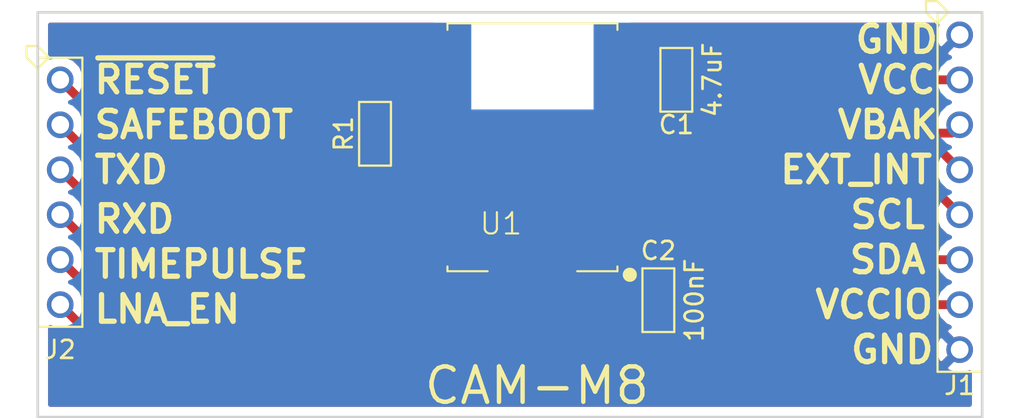
<source format=kicad_pcb>
(kicad_pcb (version 4) (host pcbnew 4.0.7)

  (general
    (links 33)
    (no_connects 0)
    (area 118.3926 92.78 176.603 122.067)
    (thickness 1.6)
    (drawings 19)
    (tracks 41)
    (zones 0)
    (modules 6)
    (nets 15)
  )

  (page A4)
  (layers
    (0 F.Cu signal)
    (31 B.Cu signal hide)
    (32 B.Adhes user)
    (33 F.Adhes user)
    (34 B.Paste user)
    (35 F.Paste user)
    (36 B.SilkS user)
    (37 F.SilkS user)
    (38 B.Mask user)
    (39 F.Mask user)
    (40 Dwgs.User user)
    (41 Cmts.User user)
    (42 Eco1.User user)
    (43 Eco2.User user)
    (44 Edge.Cuts user)
    (45 Margin user)
    (46 B.CrtYd user)
    (47 F.CrtYd user)
    (48 B.Fab user)
    (49 F.Fab user)
  )

  (setup
    (last_trace_width 0.5)
    (user_trace_width 0.5)
    (trace_clearance 0.2)
    (zone_clearance 0.508)
    (zone_45_only yes)
    (trace_min 0.2)
    (segment_width 0.2)
    (edge_width 0.15)
    (via_size 0.6)
    (via_drill 0.4)
    (via_min_size 0.4)
    (via_min_drill 0.3)
    (uvia_size 0.3)
    (uvia_drill 0.1)
    (uvias_allowed no)
    (uvia_min_size 0.2)
    (uvia_min_drill 0.1)
    (pcb_text_width 0.3)
    (pcb_text_size 1.5 1.5)
    (mod_edge_width 0.15)
    (mod_text_size 1 1)
    (mod_text_width 0.15)
    (pad_size 1.524 1.524)
    (pad_drill 0.762)
    (pad_to_mask_clearance 0.2)
    (aux_axis_origin 0 0)
    (visible_elements FFFFFF7F)
    (pcbplotparams
      (layerselection 0x00030_80000001)
      (usegerberextensions false)
      (excludeedgelayer true)
      (linewidth 0.100000)
      (plotframeref false)
      (viasonmask false)
      (mode 1)
      (useauxorigin false)
      (hpglpennumber 1)
      (hpglpenspeed 20)
      (hpglpendiameter 15)
      (hpglpenoverlay 2)
      (psnegative false)
      (psa4output false)
      (plotreference true)
      (plotvalue true)
      (plotinvisibletext false)
      (padsonsilk false)
      (subtractmaskfromsilk false)
      (outputformat 1)
      (mirror false)
      (drillshape 1)
      (scaleselection 1)
      (outputdirectory ""))
  )

  (net 0 "")
  (net 1 VCC)
  (net 2 GND)
  (net 3 /VCCIO)
  (net 4 /TXD)
  (net 5 /RXD)
  (net 6 /SCL)
  (net 7 /SDA)
  (net 8 /~RESET)
  (net 9 /SAFEBOOT)
  (net 10 /LNA_EN)
  (net 11 /EXT_INT)
  (net 12 /TIMEPULSE)
  (net 13 /VBAK)
  (net 14 "Net-(R1-Pad1)")

  (net_class Default "This is the default net class."
    (clearance 0.2)
    (trace_width 0.25)
    (via_dia 0.6)
    (via_drill 0.4)
    (uvia_dia 0.3)
    (uvia_drill 0.1)
    (add_net /EXT_INT)
    (add_net /LNA_EN)
    (add_net /RXD)
    (add_net /SAFEBOOT)
    (add_net /SCL)
    (add_net /SDA)
    (add_net /TIMEPULSE)
    (add_net /TXD)
    (add_net /VBAK)
    (add_net /VCCIO)
    (add_net /~RESET)
    (add_net GND)
    (add_net "Net-(R1-Pad1)")
    (add_net VCC)
  )

  (net_class large ""
    (clearance 0.2)
    (trace_width 0.5)
    (via_dia 0.6)
    (via_drill 0.4)
    (uvia_dia 0.3)
    (uvia_drill 0.1)
  )

  (module MF_Passives:MF_Passives-C0805 (layer F.Cu) (tedit 5A668123) (tstamp 5A6669F5)
    (at 156.718 102.87 90)
    (descr "DESCRIPTION: STANDARD 0805 PACKAGE FOR CAPACITORS")
    (tags "DESCRIPTION: STANDARD 0805 PACKAGE FOR CAPACITORS")
    (path /5A66690D)
    (solder_mask_margin 0.1016)
    (clearance 0.1016)
    (attr smd)
    (fp_text reference C1 (at -2.54 0 180) (layer F.SilkS)
      (effects (font (size 1.016 1.016) (thickness 0.1524)))
    )
    (fp_text value 4.7uF (at 0 2.032 270) (layer F.SilkS)
      (effects (font (size 1.016 1.016) (thickness 0.1524)))
    )
    (fp_line (start -1.79832 -0.89916) (end -1.79832 0.89916) (layer F.SilkS) (width 0.127))
    (fp_line (start -1.79832 0.89916) (end 1.79832 0.89916) (layer F.SilkS) (width 0.127))
    (fp_line (start 1.79832 0.89916) (end 1.79832 -0.89916) (layer F.SilkS) (width 0.127))
    (fp_line (start 1.79832 -0.89916) (end -1.79832 -0.89916) (layer F.SilkS) (width 0.127))
    (pad 1 smd rect (at -0.94996 0 270) (size 0.6985 1.29794) (layers F.Cu F.Paste F.Mask)
      (net 1 VCC))
    (pad 2 smd rect (at 0.94996 0 270) (size 0.6985 1.29794) (layers F.Cu F.Paste F.Mask)
      (net 2 GND))
  )

  (module MF_Passives:MF_Passives-C0805 (layer F.Cu) (tedit 5A668126) (tstamp 5A6669FB)
    (at 155.702 115.316 270)
    (descr "DESCRIPTION: STANDARD 0805 PACKAGE FOR CAPACITORS")
    (tags "DESCRIPTION: STANDARD 0805 PACKAGE FOR CAPACITORS")
    (path /5A666872)
    (solder_mask_margin 0.1016)
    (clearance 0.1016)
    (attr smd)
    (fp_text reference C2 (at -2.794 0 360) (layer F.SilkS)
      (effects (font (size 1.016 1.016) (thickness 0.1524)))
    )
    (fp_text value 100nF (at 0 -2.032 450) (layer F.SilkS)
      (effects (font (size 1.016 1.016) (thickness 0.1524)))
    )
    (fp_line (start -1.79832 -0.89916) (end -1.79832 0.89916) (layer F.SilkS) (width 0.127))
    (fp_line (start -1.79832 0.89916) (end 1.79832 0.89916) (layer F.SilkS) (width 0.127))
    (fp_line (start 1.79832 0.89916) (end 1.79832 -0.89916) (layer F.SilkS) (width 0.127))
    (fp_line (start 1.79832 -0.89916) (end -1.79832 -0.89916) (layer F.SilkS) (width 0.127))
    (pad 1 smd rect (at -0.94996 0 90) (size 0.6985 1.29794) (layers F.Cu F.Paste F.Mask)
      (net 3 /VCCIO))
    (pad 2 smd rect (at 0.94996 0 90) (size 0.6985 1.29794) (layers F.Cu F.Paste F.Mask)
      (net 2 GND))
  )

  (module MF_Connectors:MF_Connectors-PTH_2.54MM_01X06 (layer F.Cu) (tedit 5A667F9A) (tstamp 5A666A0F)
    (at 121.92 109.22 270)
    (descr "DESCRIPTION: PACKAGE FOR 2.54MM PITCH HEADER 6 POSITION. BASED ON 4UCON 00834.")
    (tags "DESCRIPTION: PACKAGE FOR 2.54MM PITCH HEADER 6 POSITION. BASED ON 4UCON 00834.")
    (path /5A6663C9)
    (attr virtual)
    (fp_text reference J2 (at 8.89 0 360) (layer F.SilkS)
      (effects (font (size 1.016 1.016) (thickness 0.1524)))
    )
    (fp_text value CON_01X06_PTH_2.54MM (at 1.016 2.54 270) (layer F.Fab)
      (effects (font (size 1.016 1.016) (thickness 0.1524)))
    )
    (fp_line (start -7.59968 -1.24968) (end 7.59968 -1.24968) (layer F.SilkS) (width 0.127))
    (fp_line (start 7.59968 -1.24968) (end 7.59968 1.24968) (layer F.SilkS) (width 0.127))
    (fp_line (start 7.59968 1.24968) (end -7.59968 1.24968) (layer F.SilkS) (width 0.127))
    (fp_line (start -7.59968 1.24968) (end -7.59968 -1.24968) (layer F.SilkS) (width 0.127))
    (fp_line (start -8.255 1.905) (end -7.62 1.905) (layer F.SilkS) (width 0.127))
    (fp_line (start -7.62 1.905) (end -6.985 1.27) (layer F.SilkS) (width 0.127))
    (fp_line (start -6.985 1.27) (end -7.62 0.635) (layer F.SilkS) (width 0.127))
    (fp_line (start -7.62 0.635) (end -8.255 1.27) (layer F.SilkS) (width 0.127))
    (fp_line (start -8.255 1.27) (end -8.255 1.905) (layer F.SilkS) (width 0.127))
    (pad 1 thru_hole circle (at -6.35 0 270) (size 1.50622 1.50622) (drill 0.99822) (layers *.Cu *.Mask)
      (net 8 /~RESET))
    (pad 2 thru_hole circle (at -3.81 0 270) (size 1.50622 1.50622) (drill 0.99822) (layers *.Cu *.Mask)
      (net 9 /SAFEBOOT))
    (pad 3 thru_hole circle (at -1.27 0 270) (size 1.50622 1.50622) (drill 0.99822) (layers *.Cu *.Mask)
      (net 4 /TXD))
    (pad 4 thru_hole circle (at 1.27 0 270) (size 1.50622 1.50622) (drill 0.99822) (layers *.Cu *.Mask)
      (net 5 /RXD))
    (pad 5 thru_hole circle (at 3.81 0 270) (size 1.50622 1.50622) (drill 0.99822) (layers *.Cu *.Mask)
      (net 12 /TIMEPULSE))
    (pad 6 thru_hole circle (at 6.35 0 270) (size 1.50622 1.50622) (drill 0.99822) (layers *.Cu *.Mask)
      (net 10 /LNA_EN))
  )

  (module MF_Passives:MF_Passives-R0805 (layer F.Cu) (tedit 5A66800C) (tstamp 5A666A1B)
    (at 139.7 105.918 90)
    (descr "DESCRIPTION: STANDARD 0805 PACKAGE FOR RESISTORS")
    (tags "DESCRIPTION: STANDARD 0805 PACKAGE FOR RESISTORS")
    (path /5A666C13)
    (solder_mask_margin 0.127)
    (clearance 0.127)
    (attr smd)
    (fp_text reference R1 (at 0 -1.778 90) (layer F.SilkS)
      (effects (font (size 1.016 1.016) (thickness 0.1524)))
    )
    (fp_text value 0 (at 0.508 1.524 180) (layer F.Fab)
      (effects (font (size 1.016 1.016) (thickness 0.1524)))
    )
    (fp_line (start -1.79832 -0.89916) (end -1.79832 0.89916) (layer F.SilkS) (width 0.127))
    (fp_line (start -1.79832 0.89916) (end 1.79832 0.89916) (layer F.SilkS) (width 0.127))
    (fp_line (start 1.79832 0.89916) (end 1.79832 -0.89916) (layer F.SilkS) (width 0.127))
    (fp_line (start 1.79832 -0.89916) (end -1.79832 -0.89916) (layer F.SilkS) (width 0.127))
    (pad 1 smd rect (at -0.94996 0 270) (size 0.6985 1.29794) (layers F.Cu F.Paste F.Mask)
      (net 14 "Net-(R1-Pad1)"))
    (pad 2 smd rect (at 0.94996 0 270) (size 0.6985 1.29794) (layers F.Cu F.Paste F.Mask)
      (net 2 GND))
  )

  (module GNSS:UBLOX_CAM-M8 (layer F.Cu) (tedit 5A668133) (tstamp 5A666A3E)
    (at 148.59 106.68 90)
    (descr "Module; 31 pin, 14.00 mm L X 9.60 mm W X 2.30 mm H body")
    (path /5A666307)
    (attr smd)
    (fp_text reference U1 (at -4.318 -1.778 180) (layer F.SilkS)
      (effects (font (size 1.2 1.2) (thickness 0.12)))
    )
    (fp_text value CAM-M8 (at -13.462 0.254 180) (layer F.SilkS)
      (effects (font (size 2 2) (thickness 0.25)))
    )
    (fp_text user %R (at 0.254 0 180) (layer F.Fab)
      (effects (font (size 2 2) (thickness 0.2)))
    )
    (fp_line (start -7 4.8) (end -7 -4.8) (layer Dwgs.User) (width 0.025))
    (fp_line (start -7 -4.8) (end 7 -4.8) (layer Dwgs.User) (width 0.025))
    (fp_line (start 7 -4.8) (end 7 4.8) (layer Dwgs.User) (width 0.025))
    (fp_line (start 7 4.8) (end -7 4.8) (layer Dwgs.User) (width 0.025))
    (fp_circle (center 0 0) (end 0 0.25) (layer F.CrtYd) (width 0.05))
    (fp_line (start 0.35 0) (end -0.35 0) (layer F.CrtYd) (width 0.05))
    (fp_line (start 0 -0.35) (end 0 0.35) (layer F.CrtYd) (width 0.05))
    (fp_line (start 7 4.8) (end 6.63 4.8) (layer F.SilkS) (width 0.12))
    (fp_line (start -7 4.8) (end -7 -4.8) (layer F.Fab) (width 0.12))
    (fp_line (start -7 -4.8) (end 7 -4.8) (layer F.Fab) (width 0.12))
    (fp_line (start 7 -4.8) (end 7 4.8) (layer F.Fab) (width 0.12))
    (fp_line (start 7 4.8) (end -7 4.8) (layer F.Fab) (width 0.12))
    (fp_circle (center -5.9 3.7) (end -5.9 4.075) (layer F.Fab) (width 0.75))
    (fp_circle (center -7.2 5.5) (end -7.2 5.7) (layer F.SilkS) (width 0.4))
    (fp_line (start -7.5 5.3) (end -7.05 5.3) (layer F.CrtYd) (width 0.05))
    (fp_line (start -7.05 5.3) (end -7.05 5.65) (layer F.CrtYd) (width 0.05))
    (fp_line (start -7.05 5.65) (end 6.95 5.65) (layer F.CrtYd) (width 0.05))
    (fp_line (start 6.95 5.65) (end 6.95 5.3) (layer F.CrtYd) (width 0.05))
    (fp_line (start 6.95 5.3) (end 7.5 5.3) (layer F.CrtYd) (width 0.05))
    (fp_line (start 7.5 5.3) (end 7.5 -5.3) (layer F.CrtYd) (width 0.05))
    (fp_line (start 7.5 -5.3) (end 6.95 -5.3) (layer F.CrtYd) (width 0.05))
    (fp_line (start 6.95 -5.3) (end 6.95 -5.65) (layer F.CrtYd) (width 0.05))
    (fp_line (start 6.95 -5.65) (end -7.05 -5.65) (layer F.CrtYd) (width 0.05))
    (fp_line (start -7.05 -5.65) (end -7.05 -5.3) (layer F.CrtYd) (width 0.05))
    (fp_line (start -7.05 -5.3) (end -7.5 -5.3) (layer F.CrtYd) (width 0.05))
    (fp_line (start -7.5 -5.3) (end -7.5 -2.85) (layer F.CrtYd) (width 0.05))
    (fp_line (start -7.5 -2.85) (end -7.85 -2.85) (layer F.CrtYd) (width 0.05))
    (fp_line (start -7.85 -2.85) (end -7.85 2.85) (layer F.CrtYd) (width 0.05))
    (fp_line (start -7.85 2.85) (end -7.5 2.85) (layer F.CrtYd) (width 0.05))
    (fp_line (start -7.5 2.85) (end -7.5 5.3) (layer F.CrtYd) (width 0.05))
    (fp_line (start -6.73 4.8) (end -7 4.8) (layer F.SilkS) (width 0.12))
    (fp_line (start -7 4.8) (end -7 2.53) (layer F.SilkS) (width 0.12))
    (fp_line (start 6.63 -4.8) (end 7 -4.8) (layer F.SilkS) (width 0.12))
    (fp_line (start 7 -4.8) (end 7 4.8) (layer F.SilkS) (width 0.12))
    (fp_line (start -7 -2.53) (end -7 -4.8) (layer F.SilkS) (width 0.12))
    (fp_line (start -7 -4.8) (end -6.73 -4.8) (layer F.SilkS) (width 0.12))
    (pad 1 smd rect (at -6.2 4.4 90) (size 0.7 1.5) (layers F.Cu F.Paste F.Mask)
      (net 3 /VCCIO))
    (pad 2 smd rect (at -5.2 4.4 90) (size 0.7 1.5) (layers F.Cu F.Paste F.Mask))
    (pad 3 smd rect (at -4.2 4.4 90) (size 0.7 1.5) (layers F.Cu F.Paste F.Mask)
      (net 7 /SDA))
    (pad 4 smd rect (at -3.2 4.4 90) (size 0.7 1.5) (layers F.Cu F.Paste F.Mask)
      (net 2 GND))
    (pad 5 smd rect (at -2.2 4.4 90) (size 0.7 1.5) (layers F.Cu F.Paste F.Mask)
      (net 2 GND))
    (pad 6 smd rect (at -1.2 4.4 90) (size 0.7 1.5) (layers F.Cu F.Paste F.Mask)
      (net 6 /SCL))
    (pad 7 smd rect (at -0.2 4.4 90) (size 0.7 1.5) (layers F.Cu F.Paste F.Mask)
      (net 11 /EXT_INT))
    (pad 8 smd rect (at 0.8 4.4 90) (size 0.7 1.5) (layers F.Cu F.Paste F.Mask)
      (net 13 /VBAK))
    (pad 9 smd rect (at 1.8 4.4 90) (size 0.7 1.5) (layers F.Cu F.Paste F.Mask)
      (net 1 VCC))
    (pad 10 smd rect (at 2.8 4.4 90) (size 0.7 1.5) (layers F.Cu F.Paste F.Mask)
      (net 2 GND))
    (pad 11 smd rect (at 3.8 4.4 90) (size 0.7 1.5) (layers F.Cu F.Paste F.Mask)
      (net 2 GND))
    (pad 12 smd rect (at 4.8 4.4 90) (size 0.7 1.5) (layers F.Cu F.Paste F.Mask)
      (net 2 GND))
    (pad 13 smd rect (at 5.95 4.4 90) (size 1 1.5) (layers F.Cu F.Paste F.Mask)
      (net 2 GND))
    (pad 14 smd rect (at 5.95 -4.4 90) (size 1 1.5) (layers F.Cu F.Paste F.Mask)
      (net 2 GND))
    (pad 15 smd rect (at 4.8 -4.4 90) (size 0.7 1.5) (layers F.Cu F.Paste F.Mask)
      (net 2 GND))
    (pad 16 smd rect (at 3.8 -4.4 90) (size 0.7 1.5) (layers F.Cu F.Paste F.Mask))
    (pad 17 smd rect (at 2.8 -4.4 90) (size 0.7 1.5) (layers F.Cu F.Paste F.Mask))
    (pad 18 smd rect (at 1.8 -4.4 90) (size 0.7 1.5) (layers F.Cu F.Paste F.Mask)
      (net 2 GND))
    (pad 19 smd rect (at 0.8 -4.4 90) (size 0.7 1.5) (layers F.Cu F.Paste F.Mask)
      (net 2 GND))
    (pad 20 smd rect (at -0.2 -4.4 90) (size 0.7 1.5) (layers F.Cu F.Paste F.Mask)
      (net 14 "Net-(R1-Pad1)"))
    (pad 21 smd rect (at -1.2 -4.4 90) (size 0.7 1.5) (layers F.Cu F.Paste F.Mask)
      (net 2 GND))
    (pad 22 smd rect (at -2.2 -4.4 90) (size 0.7 1.5) (layers F.Cu F.Paste F.Mask)
      (net 2 GND))
    (pad 23 smd rect (at -3.2 -4.4 90) (size 0.7 1.5) (layers F.Cu F.Paste F.Mask)
      (net 8 /~RESET))
    (pad 24 smd rect (at -4.2 -4.4 90) (size 0.7 1.5) (layers F.Cu F.Paste F.Mask)
      (net 9 /SAFEBOOT))
    (pad 25 smd rect (at -5.2 -4.4 90) (size 0.7 1.5) (layers F.Cu F.Paste F.Mask)
      (net 4 /TXD))
    (pad 26 smd rect (at -6.2 -4.4 90) (size 0.7 1.5) (layers F.Cu F.Paste F.Mask)
      (net 5 /RXD))
    (pad 27 smd rect (at -6.6 -2 180) (size 0.7 1.5) (layers F.Cu F.Paste F.Mask)
      (net 2 GND))
    (pad 28 smd rect (at -6.6 -1 180) (size 0.7 1.5) (layers F.Cu F.Paste F.Mask))
    (pad 29 smd rect (at -6.6 0 180) (size 0.7 1.5) (layers F.Cu F.Paste F.Mask)
      (net 12 /TIMEPULSE))
    (pad 30 smd rect (at -6.6 1 180) (size 0.7 1.5) (layers F.Cu F.Paste F.Mask)
      (net 10 /LNA_EN))
    (pad 31 smd rect (at -6.6 2 180) (size 0.7 1.5) (layers F.Cu F.Paste F.Mask)
      (net 2 GND))
  )

  (module MF_Connectors:MF_Connectors-PTH_2.54MM_01X08 (layer F.Cu) (tedit 5A667F96) (tstamp 5A667D8F)
    (at 172.72 109.22 270)
    (descr "DESCRIPTION: PACKAGE FOR 2.54MM PITCH HEADER 8 POSITION. BASED ON 4UCON 00834.")
    (tags "DESCRIPTION: PACKAGE FOR 2.54MM PITCH HEADER 8 POSITION. BASED ON 4UCON 00834.")
    (path /5A667C90)
    (attr virtual)
    (fp_text reference J1 (at 10.922 0 360) (layer F.SilkS)
      (effects (font (size 1.016 1.016) (thickness 0.1524)))
    )
    (fp_text value CON_01X08_PTH_2.54MM (at 0.762 -2.794 270) (layer F.Fab)
      (effects (font (size 1.016 1.016) (thickness 0.1524)))
    )
    (fp_line (start -10.13968 -1.24968) (end 10.13968 -1.24968) (layer F.SilkS) (width 0.127))
    (fp_line (start 10.13968 -1.24968) (end 10.13968 1.24968) (layer F.SilkS) (width 0.127))
    (fp_line (start 10.13968 1.24968) (end -10.13968 1.24968) (layer F.SilkS) (width 0.127))
    (fp_line (start -10.13968 1.24968) (end -10.13968 -1.24968) (layer F.SilkS) (width 0.127))
    (fp_line (start -10.795 1.905) (end -10.16 1.905) (layer F.SilkS) (width 0.127))
    (fp_line (start -10.16 1.905) (end -9.525 1.27) (layer F.SilkS) (width 0.127))
    (fp_line (start -9.525 1.27) (end -10.16 0.635) (layer F.SilkS) (width 0.127))
    (fp_line (start -10.16 0.635) (end -10.795 1.27) (layer F.SilkS) (width 0.127))
    (fp_line (start -10.795 1.27) (end -10.795 1.905) (layer F.SilkS) (width 0.127))
    (pad 1 thru_hole circle (at -8.89 0 270) (size 1.50622 1.50622) (drill 0.99822) (layers *.Cu *.Mask)
      (net 2 GND))
    (pad 2 thru_hole circle (at -6.35 0 270) (size 1.50622 1.50622) (drill 0.99822) (layers *.Cu *.Mask)
      (net 1 VCC))
    (pad 3 thru_hole circle (at -3.81 0 270) (size 1.50622 1.50622) (drill 0.99822) (layers *.Cu *.Mask)
      (net 13 /VBAK))
    (pad 4 thru_hole circle (at -1.27 0 270) (size 1.50622 1.50622) (drill 0.99822) (layers *.Cu *.Mask)
      (net 11 /EXT_INT))
    (pad 5 thru_hole circle (at 1.27 0 270) (size 1.50622 1.50622) (drill 0.99822) (layers *.Cu *.Mask)
      (net 6 /SCL))
    (pad 6 thru_hole circle (at 3.81 0 270) (size 1.50622 1.50622) (drill 0.99822) (layers *.Cu *.Mask)
      (net 7 /SDA))
    (pad 7 thru_hole circle (at 6.35 0 270) (size 1.50622 1.50622) (drill 0.99822) (layers *.Cu *.Mask)
      (net 3 /VCCIO))
    (pad 8 thru_hole circle (at 8.89 0 270) (size 1.50622 1.50622) (drill 0.99822) (layers *.Cu *.Mask)
      (net 2 GND))
  )

  (gr_text LNA_EN (at 123.698 115.824) (layer F.SilkS)
    (effects (font (size 1.5 1.5) (thickness 0.3)) (justify left))
  )
  (gr_text TIMEPULSE (at 123.698 113.284) (layer F.SilkS)
    (effects (font (size 1.5 1.5) (thickness 0.3)) (justify left))
  )
  (gr_text RXD (at 123.698 110.744) (layer F.SilkS)
    (effects (font (size 1.5 1.5) (thickness 0.3)) (justify left))
  )
  (gr_text TXD (at 123.698 107.95) (layer F.SilkS)
    (effects (font (size 1.5 1.5) (thickness 0.3)) (justify left))
  )
  (gr_text SAFEBOOT (at 123.698 105.41) (layer F.SilkS)
    (effects (font (size 1.5 1.5) (thickness 0.3)) (justify left))
  )
  (gr_text ~RESET (at 123.698 102.87) (layer F.SilkS)
    (effects (font (size 1.5 1.5) (thickness 0.3)) (justify left))
  )
  (gr_text GND (at 168.91 118.11) (layer F.SilkS)
    (effects (font (size 1.5 1.5) (thickness 0.3)))
  )
  (gr_text VCCIO (at 167.894 115.57) (layer F.SilkS)
    (effects (font (size 1.5 1.5) (thickness 0.3)))
  )
  (gr_text SDA (at 168.656 113.03) (layer F.SilkS)
    (effects (font (size 1.5 1.5) (thickness 0.3)))
  )
  (gr_text SCL (at 168.656 110.49) (layer F.SilkS)
    (effects (font (size 1.5 1.5) (thickness 0.3)))
  )
  (gr_text EXT_INT (at 166.878 107.95) (layer F.SilkS)
    (effects (font (size 1.5 1.5) (thickness 0.3)))
  )
  (gr_text VBAK (at 168.656 105.41) (layer F.SilkS)
    (effects (font (size 1.5 1.5) (thickness 0.3)))
  )
  (gr_text GND (at 169.164 100.584) (layer F.SilkS)
    (effects (font (size 1.5 1.5) (thickness 0.3)))
  )
  (gr_text VCC (at 169.164 102.87) (layer F.SilkS)
    (effects (font (size 1.5 1.5) (thickness 0.3)))
  )
  (gr_text VCC (at 167.64 93.98) (layer B.Cu)
    (effects (font (size 1.5 1.5) (thickness 0.3)))
  )
  (gr_line (start 120.65 121.92) (end 120.65 99.06) (angle 90) (layer Edge.Cuts) (width 0.15))
  (gr_line (start 173.99 121.92) (end 120.65 121.92) (angle 90) (layer Edge.Cuts) (width 0.15))
  (gr_line (start 173.99 99.06) (end 173.99 121.92) (angle 90) (layer Edge.Cuts) (width 0.15))
  (gr_line (start 120.65 99.06) (end 173.99 99.06) (angle 90) (layer Edge.Cuts) (width 0.15))

  (segment (start 156.718 103.81996) (end 156.718 104.88) (width 0.5) (layer F.Cu) (net 1))
  (segment (start 156.718 104.88) (end 156.718 104.902) (width 0.5) (layer F.Cu) (net 1) (tstamp 5A6677CE))
  (segment (start 156.718 104.902) (end 156.718 104.88) (width 0.5) (layer F.Cu) (net 1) (tstamp 5A6677D1))
  (segment (start 152.99 104.88) (end 156.718 104.88) (width 0.5) (layer F.Cu) (net 1))
  (segment (start 156.718 104.88) (end 166.9 104.88) (width 0.5) (layer F.Cu) (net 1) (tstamp 5A6677D2))
  (segment (start 168.91 102.87) (end 172.72 102.87) (width 0.5) (layer F.Cu) (net 1) (tstamp 5A6677CA))
  (segment (start 166.9 104.88) (end 168.91 102.87) (width 0.5) (layer F.Cu) (net 1) (tstamp 5A6677C7))
  (segment (start 155.702 114.36604) (end 155.702 112.88) (width 0.5) (layer F.Cu) (net 3))
  (segment (start 155.702 112.88) (end 155.702 113.03) (width 0.5) (layer F.Cu) (net 3) (tstamp 5A667DE2))
  (segment (start 155.702 113.03) (end 155.702 112.88) (width 0.5) (layer F.Cu) (net 3) (tstamp 5A667DE4))
  (segment (start 172.72 115.57) (end 169.418 115.57) (width 0.5) (layer F.Cu) (net 3))
  (segment (start 166.728 112.88) (end 155.702 112.88) (width 0.5) (layer F.Cu) (net 3) (tstamp 5A667DCA))
  (segment (start 155.702 112.88) (end 152.99 112.88) (width 0.5) (layer F.Cu) (net 3) (tstamp 5A667DE5))
  (segment (start 169.418 115.57) (end 166.728 112.88) (width 0.5) (layer F.Cu) (net 3) (tstamp 5A667DC8))
  (segment (start 144.19 111.88) (end 125.85 111.88) (width 0.5) (layer F.Cu) (net 4))
  (segment (start 125.85 111.88) (end 121.92 107.95) (width 0.5) (layer F.Cu) (net 4) (tstamp 5A667E3A))
  (segment (start 144.19 112.88) (end 124.31 112.88) (width 0.5) (layer F.Cu) (net 5))
  (segment (start 124.31 112.88) (end 121.92 110.49) (width 0.5) (layer F.Cu) (net 5) (tstamp 5A667E34))
  (segment (start 152.99 107.88) (end 170.11 107.88) (width 0.5) (layer F.Cu) (net 6))
  (segment (start 170.11 107.88) (end 172.72 110.49) (width 0.5) (layer F.Cu) (net 6) (tstamp 5A667DBB))
  (segment (start 152.99 110.88) (end 167.522 110.88) (width 0.5) (layer F.Cu) (net 7))
  (segment (start 169.672 113.03) (end 172.72 113.03) (width 0.5) (layer F.Cu) (net 7) (tstamp 5A667DC4))
  (segment (start 167.522 110.88) (end 169.672 113.03) (width 0.5) (layer F.Cu) (net 7) (tstamp 5A667DC2))
  (segment (start 144.19 109.88) (end 128.93 109.88) (width 0.5) (layer F.Cu) (net 8))
  (segment (start 128.93 109.88) (end 121.92 102.87) (width 0.5) (layer F.Cu) (net 8) (tstamp 5A667E49))
  (segment (start 144.19 110.88) (end 127.39 110.88) (width 0.5) (layer F.Cu) (net 9))
  (segment (start 127.39 110.88) (end 121.92 105.41) (width 0.5) (layer F.Cu) (net 9) (tstamp 5A667E3F))
  (segment (start 149.59 113.28) (end 149.59 115.332) (width 0.5) (layer F.Cu) (net 10))
  (segment (start 123.444 117.094) (end 121.92 115.57) (width 0.5) (layer F.Cu) (net 10) (tstamp 5A667E19))
  (segment (start 147.828 117.094) (end 123.444 117.094) (width 0.5) (layer F.Cu) (net 10) (tstamp 5A667E13))
  (segment (start 149.59 115.332) (end 147.828 117.094) (width 0.5) (layer F.Cu) (net 10) (tstamp 5A667E10))
  (segment (start 152.99 106.88) (end 171.65 106.88) (width 0.5) (layer F.Cu) (net 11))
  (segment (start 171.65 106.88) (end 172.72 107.95) (width 0.5) (layer F.Cu) (net 11) (tstamp 5A667DB7))
  (segment (start 148.59 113.28) (end 148.59 114.554) (width 0.5) (layer F.Cu) (net 12))
  (segment (start 124.206 115.316) (end 121.92 113.03) (width 0.5) (layer F.Cu) (net 12) (tstamp 5A667E23))
  (segment (start 147.828 115.316) (end 124.206 115.316) (width 0.5) (layer F.Cu) (net 12) (tstamp 5A667E1E))
  (segment (start 148.59 114.554) (end 147.828 115.316) (width 0.5) (layer F.Cu) (net 12) (tstamp 5A667E1C))
  (segment (start 152.99 105.88) (end 172.25 105.88) (width 0.5) (layer F.Cu) (net 13))
  (segment (start 172.25 105.88) (end 172.72 105.41) (width 0.5) (layer F.Cu) (net 13) (tstamp 5A667DB4))
  (segment (start 144.19 106.88) (end 139.71204 106.88) (width 0.5) (layer F.Cu) (net 14))
  (segment (start 139.71204 106.88) (end 139.7 106.86796) (width 0.5) (layer F.Cu) (net 14) (tstamp 5A667800))

  (zone (net 2) (net_name GND) (layer F.Cu) (tstamp 5A6671F3) (hatch edge 0.508)
    (connect_pads (clearance 0.508))
    (min_thickness 0.254)
    (fill yes (arc_segments 16) (thermal_gap 0.508) (thermal_bridge_width 0.508))
    (polygon
      (pts
        (xy 120.65 99.06) (xy 173.99 99.06) (xy 173.99 121.92) (xy 120.65 121.92)
      )
    )
    (filled_polygon
      (pts
        (xy 142.901673 99.870302) (xy 142.805 100.103691) (xy 142.805 100.44425) (xy 142.96375 100.603) (xy 144.063 100.603)
        (xy 144.063 100.583) (xy 144.317 100.583) (xy 144.317 100.603) (xy 144.337 100.603) (xy 144.337 100.857)
        (xy 144.317 100.857) (xy 144.317 101.753) (xy 144.337 101.753) (xy 144.337 101.88256) (xy 143.44 101.88256)
        (xy 143.204683 101.926838) (xy 143.080108 102.007) (xy 142.96375 102.007) (xy 142.805 102.16575) (xy 142.805 102.356309)
        (xy 142.820269 102.393171) (xy 142.79256 102.53) (xy 142.79256 103.23) (xy 142.821821 103.385507) (xy 142.79256 103.53)
        (xy 142.79256 104.23) (xy 142.818919 104.370087) (xy 142.805 104.403691) (xy 142.805 104.59425) (xy 142.96375 104.753)
        (xy 143.08064 104.753) (xy 143.18811 104.826431) (xy 143.44 104.87744) (xy 144.94 104.87744) (xy 145.175317 104.833162)
        (xy 145.299892 104.753) (xy 145.41625 104.753) (xy 145.49585 104.6734) (xy 151.59256 104.6734) (xy 151.59256 105.23)
        (xy 151.621821 105.385507) (xy 151.59256 105.53) (xy 151.59256 106.23) (xy 151.621821 106.385507) (xy 151.59256 106.53)
        (xy 151.59256 107.23) (xy 151.621821 107.385507) (xy 151.59256 107.53) (xy 151.59256 108.23) (xy 151.618919 108.370087)
        (xy 151.605 108.403691) (xy 151.605 108.59425) (xy 151.76375 108.753) (xy 151.88064 108.753) (xy 151.98811 108.826431)
        (xy 152.24 108.87744) (xy 153.74 108.87744) (xy 153.975317 108.833162) (xy 154.081244 108.765) (xy 169.74342 108.765)
        (xy 171.332008 110.353587) (xy 171.331649 110.764901) (xy 171.542531 111.275274) (xy 171.932672 111.666096) (xy 172.158743 111.759969)
        (xy 171.934726 111.852531) (xy 171.641746 112.145) (xy 170.038579 112.145) (xy 168.14779 110.25421) (xy 168.089256 110.215099)
        (xy 167.860675 110.062367) (xy 167.804484 110.05119) (xy 167.522 109.994999) (xy 167.521995 109.995) (xy 154.081797 109.995)
        (xy 153.99189 109.933569) (xy 153.74 109.88256) (xy 152.24 109.88256) (xy 152.004683 109.926838) (xy 151.880108 110.007)
        (xy 151.76375 110.007) (xy 151.605 110.16575) (xy 151.605 110.356309) (xy 151.620269 110.393171) (xy 151.59256 110.53)
        (xy 151.59256 111.23) (xy 151.621821 111.385507) (xy 151.59256 111.53) (xy 151.59256 112.23) (xy 151.621821 112.385507)
        (xy 151.59256 112.53) (xy 151.59256 113.23) (xy 151.636838 113.465317) (xy 151.77591 113.681441) (xy 151.98811 113.826431)
        (xy 152.24 113.87744) (xy 153.74 113.87744) (xy 153.975317 113.833162) (xy 154.081244 113.765) (xy 154.456579 113.765)
        (xy 154.40559 114.01679) (xy 154.40559 114.71529) (xy 154.449868 114.950607) (xy 154.58894 115.166731) (xy 154.80114 115.311721)
        (xy 154.836822 115.318947) (xy 154.693331 115.378383) (xy 154.514703 115.557012) (xy 154.41803 115.790401) (xy 154.41803 115.98021)
        (xy 154.57678 116.13896) (xy 155.575 116.13896) (xy 155.575 116.11896) (xy 155.829 116.11896) (xy 155.829 116.13896)
        (xy 156.82722 116.13896) (xy 156.98597 115.98021) (xy 156.98597 115.790401) (xy 156.889297 115.557012) (xy 156.710669 115.378383)
        (xy 156.572325 115.321079) (xy 156.586287 115.318452) (xy 156.802411 115.17938) (xy 156.947401 114.96718) (xy 156.99841 114.71529)
        (xy 156.99841 114.01679) (xy 156.954132 113.781473) (xy 156.943532 113.765) (xy 166.36142 113.765) (xy 168.792208 116.195787)
        (xy 168.79221 116.19579) (xy 169.079325 116.387633) (xy 169.418 116.455) (xy 171.642083 116.455) (xy 171.932672 116.746096)
        (xy 172.14288 116.833382) (xy 171.994207 116.894965) (xy 171.925834 117.136228) (xy 172.72 117.930395) (xy 172.734142 117.916252)
        (xy 172.913748 118.095858) (xy 172.899605 118.11) (xy 172.913748 118.124143) (xy 172.734142 118.303748) (xy 172.72 118.289605)
        (xy 171.925834 119.083772) (xy 171.994207 119.325035) (xy 172.514428 119.510296) (xy 173.065946 119.482373) (xy 173.28 119.393709)
        (xy 173.28 121.21) (xy 121.36 121.21) (xy 121.36 116.840491) (xy 121.642676 116.957869) (xy 122.056651 116.95823)
        (xy 122.818208 117.719787) (xy 122.81821 117.71979) (xy 123.105325 117.911633) (xy 123.444 117.979) (xy 147.827995 117.979)
        (xy 147.828 117.979001) (xy 148.110484 117.92281) (xy 148.166675 117.911633) (xy 148.177458 117.904428) (xy 171.319704 117.904428)
        (xy 171.347627 118.455946) (xy 171.504965 118.835793) (xy 171.746228 118.904166) (xy 172.540395 118.11) (xy 171.746228 117.315834)
        (xy 171.504965 117.384207) (xy 171.319704 117.904428) (xy 148.177458 117.904428) (xy 148.45379 117.71979) (xy 148.453791 117.719789)
        (xy 149.621869 116.55171) (xy 154.41803 116.55171) (xy 154.41803 116.741519) (xy 154.514703 116.974908) (xy 154.693331 117.153537)
        (xy 154.92672 117.25021) (xy 155.41625 117.25021) (xy 155.575 117.09146) (xy 155.575 116.39296) (xy 155.829 116.39296)
        (xy 155.829 117.09146) (xy 155.98775 117.25021) (xy 156.47728 117.25021) (xy 156.710669 117.153537) (xy 156.889297 116.974908)
        (xy 156.98597 116.741519) (xy 156.98597 116.55171) (xy 156.82722 116.39296) (xy 155.829 116.39296) (xy 155.575 116.39296)
        (xy 154.57678 116.39296) (xy 154.41803 116.55171) (xy 149.621869 116.55171) (xy 150.215787 115.957792) (xy 150.21579 115.95779)
        (xy 150.407633 115.670675) (xy 150.475 115.332) (xy 150.475 114.371797) (xy 150.536431 114.28189) (xy 150.58744 114.03)
        (xy 150.58744 113.407) (xy 150.717 113.407) (xy 150.717 114.50625) (xy 150.87575 114.665) (xy 151.066309 114.665)
        (xy 151.299698 114.568327) (xy 151.478327 114.389699) (xy 151.575 114.15631) (xy 151.575 113.56575) (xy 151.41625 113.407)
        (xy 150.717 113.407) (xy 150.58744 113.407) (xy 150.58744 112.53) (xy 150.543162 112.294683) (xy 150.463 112.170108)
        (xy 150.463 112.05375) (xy 150.717 112.05375) (xy 150.717 113.153) (xy 151.41625 113.153) (xy 151.575 112.99425)
        (xy 151.575 112.40369) (xy 151.478327 112.170301) (xy 151.299698 111.991673) (xy 151.066309 111.895) (xy 150.87575 111.895)
        (xy 150.717 112.05375) (xy 150.463 112.05375) (xy 150.30425 111.895) (xy 150.113691 111.895) (xy 150.076829 111.910269)
        (xy 149.94 111.88256) (xy 149.24 111.88256) (xy 149.084493 111.911821) (xy 148.94 111.88256) (xy 148.24 111.88256)
        (xy 148.084493 111.911821) (xy 147.94 111.88256) (xy 147.24 111.88256) (xy 147.099913 111.908919) (xy 147.066309 111.895)
        (xy 146.87575 111.895) (xy 146.717 112.05375) (xy 146.717 112.17064) (xy 146.643569 112.27811) (xy 146.59256 112.53)
        (xy 146.59256 113.427) (xy 146.463 113.427) (xy 146.463 113.407) (xy 145.76375 113.407) (xy 145.605 113.56575)
        (xy 145.605 114.15631) (xy 145.701673 114.389699) (xy 145.742974 114.431) (xy 124.572579 114.431) (xy 123.307992 113.166412)
        (xy 123.308024 113.129603) (xy 123.684208 113.505787) (xy 123.68421 113.50579) (xy 123.971325 113.697633) (xy 124.31 113.765)
        (xy 143.098203 113.765) (xy 143.18811 113.826431) (xy 143.44 113.87744) (xy 144.94 113.87744) (xy 145.175317 113.833162)
        (xy 145.391441 113.69409) (xy 145.536431 113.48189) (xy 145.58744 113.23) (xy 145.58744 112.53) (xy 145.563673 112.40369)
        (xy 145.605 112.40369) (xy 145.605 112.99425) (xy 145.76375 113.153) (xy 146.463 113.153) (xy 146.463 112.05375)
        (xy 146.30425 111.895) (xy 146.113691 111.895) (xy 145.880302 111.991673) (xy 145.701673 112.170301) (xy 145.605 112.40369)
        (xy 145.563673 112.40369) (xy 145.558179 112.374493) (xy 145.58744 112.23) (xy 145.58744 111.53) (xy 145.558179 111.374493)
        (xy 145.58744 111.23) (xy 145.58744 110.53) (xy 145.558179 110.374493) (xy 145.58744 110.23) (xy 145.58744 109.53)
        (xy 145.561081 109.389913) (xy 145.575 109.356309) (xy 145.575 109.16575) (xy 151.605 109.16575) (xy 151.605 109.356309)
        (xy 151.614813 109.38) (xy 151.605 109.403691) (xy 151.605 109.59425) (xy 151.76375 109.753) (xy 151.864974 109.753)
        (xy 151.880301 109.768327) (xy 152.11369 109.865) (xy 152.70425 109.865) (xy 152.81625 109.753) (xy 152.863 109.753)
        (xy 152.863 109.007) (xy 153.117 109.007) (xy 153.117 109.753) (xy 153.16375 109.753) (xy 153.27575 109.865)
        (xy 153.86631 109.865) (xy 154.099699 109.768327) (xy 154.115026 109.753) (xy 154.21625 109.753) (xy 154.375 109.59425)
        (xy 154.375 109.403691) (xy 154.365187 109.38) (xy 154.375 109.356309) (xy 154.375 109.16575) (xy 154.21625 109.007)
        (xy 154.115026 109.007) (xy 154.099699 108.991673) (xy 153.86631 108.895) (xy 153.27575 108.895) (xy 153.16375 109.007)
        (xy 153.117 109.007) (xy 152.863 109.007) (xy 152.81625 109.007) (xy 152.70425 108.895) (xy 152.11369 108.895)
        (xy 151.880301 108.991673) (xy 151.864974 109.007) (xy 151.76375 109.007) (xy 151.605 109.16575) (xy 145.575 109.16575)
        (xy 145.41625 109.007) (xy 145.29936 109.007) (xy 145.19189 108.933569) (xy 144.94 108.88256) (xy 143.44 108.88256)
        (xy 143.204683 108.926838) (xy 143.098756 108.995) (xy 129.296579 108.995) (xy 128.46733 108.16575) (xy 142.805 108.16575)
        (xy 142.805 108.356309) (xy 142.814813 108.38) (xy 142.805 108.403691) (xy 142.805 108.59425) (xy 142.96375 108.753)
        (xy 143.064974 108.753) (xy 143.080301 108.768327) (xy 143.31369 108.865) (xy 143.90425 108.865) (xy 144.01625 108.753)
        (xy 144.063 108.753) (xy 144.063 108.007) (xy 144.317 108.007) (xy 144.317 108.753) (xy 144.36375 108.753)
        (xy 144.47575 108.865) (xy 145.06631 108.865) (xy 145.299699 108.768327) (xy 145.315026 108.753) (xy 145.41625 108.753)
        (xy 145.575 108.59425) (xy 145.575 108.403691) (xy 145.565187 108.38) (xy 145.575 108.356309) (xy 145.575 108.16575)
        (xy 145.41625 108.007) (xy 145.315026 108.007) (xy 145.299699 107.991673) (xy 145.06631 107.895) (xy 144.47575 107.895)
        (xy 144.36375 108.007) (xy 144.317 108.007) (xy 144.063 108.007) (xy 144.01625 108.007) (xy 143.90425 107.895)
        (xy 143.31369 107.895) (xy 143.080301 107.991673) (xy 143.064974 108.007) (xy 142.96375 108.007) (xy 142.805 108.16575)
        (xy 128.46733 108.16575) (xy 126.82029 106.51871) (xy 138.40359 106.51871) (xy 138.40359 107.21721) (xy 138.447868 107.452527)
        (xy 138.58694 107.668651) (xy 138.79914 107.813641) (xy 139.05103 107.86465) (xy 140.34897 107.86465) (xy 140.584287 107.820372)
        (xy 140.670338 107.765) (xy 143.098203 107.765) (xy 143.18811 107.826431) (xy 143.44 107.87744) (xy 144.94 107.87744)
        (xy 145.175317 107.833162) (xy 145.299892 107.753) (xy 145.41625 107.753) (xy 145.575 107.59425) (xy 145.575 107.403691)
        (xy 145.559731 107.366829) (xy 145.58744 107.23) (xy 145.58744 106.53) (xy 145.561081 106.389913) (xy 145.575 106.356309)
        (xy 145.575 106.16575) (xy 145.41625 106.007) (xy 145.29936 106.007) (xy 145.19189 105.933569) (xy 144.94 105.88256)
        (xy 143.44 105.88256) (xy 143.204683 105.926838) (xy 143.098756 105.995) (xy 140.707291 105.995) (xy 140.60086 105.922279)
        (xy 140.565178 105.915053) (xy 140.708669 105.855617) (xy 140.887297 105.676988) (xy 140.98397 105.443599) (xy 140.98397 105.25379)
        (xy 140.89593 105.16575) (xy 142.805 105.16575) (xy 142.805 105.356309) (xy 142.814813 105.38) (xy 142.805 105.403691)
        (xy 142.805 105.59425) (xy 142.96375 105.753) (xy 143.064974 105.753) (xy 143.080301 105.768327) (xy 143.31369 105.865)
        (xy 143.90425 105.865) (xy 144.01625 105.753) (xy 144.063 105.753) (xy 144.063 105.007) (xy 144.317 105.007)
        (xy 144.317 105.753) (xy 144.36375 105.753) (xy 144.47575 105.865) (xy 145.06631 105.865) (xy 145.299699 105.768327)
        (xy 145.315026 105.753) (xy 145.41625 105.753) (xy 145.575 105.59425) (xy 145.575 105.403691) (xy 145.565187 105.38)
        (xy 145.575 105.356309) (xy 145.575 105.16575) (xy 145.41625 105.007) (xy 145.315026 105.007) (xy 145.299699 104.991673)
        (xy 145.06631 104.895) (xy 144.47575 104.895) (xy 144.36375 105.007) (xy 144.317 105.007) (xy 144.063 105.007)
        (xy 144.01625 105.007) (xy 143.90425 104.895) (xy 143.31369 104.895) (xy 143.080301 104.991673) (xy 143.064974 105.007)
        (xy 142.96375 105.007) (xy 142.805 105.16575) (xy 140.89593 105.16575) (xy 140.82522 105.09504) (xy 139.827 105.09504)
        (xy 139.827 105.11504) (xy 139.573 105.11504) (xy 139.573 105.09504) (xy 138.57478 105.09504) (xy 138.41603 105.25379)
        (xy 138.41603 105.443599) (xy 138.512703 105.676988) (xy 138.691331 105.855617) (xy 138.829675 105.912921) (xy 138.815713 105.915548)
        (xy 138.599589 106.05462) (xy 138.454599 106.26682) (xy 138.40359 106.51871) (xy 126.82029 106.51871) (xy 124.794061 104.492481)
        (xy 138.41603 104.492481) (xy 138.41603 104.68229) (xy 138.57478 104.84104) (xy 139.573 104.84104) (xy 139.573 104.14254)
        (xy 139.827 104.14254) (xy 139.827 104.84104) (xy 140.82522 104.84104) (xy 140.98397 104.68229) (xy 140.98397 104.492481)
        (xy 140.887297 104.259092) (xy 140.708669 104.080463) (xy 140.47528 103.98379) (xy 139.98575 103.98379) (xy 139.827 104.14254)
        (xy 139.573 104.14254) (xy 139.41425 103.98379) (xy 138.92472 103.98379) (xy 138.691331 104.080463) (xy 138.512703 104.259092)
        (xy 138.41603 104.492481) (xy 124.794061 104.492481) (xy 123.307992 103.006412) (xy 123.308351 102.595099) (xy 123.097469 102.084726)
        (xy 122.707328 101.693904) (xy 122.197324 101.482131) (xy 121.645099 101.481649) (xy 121.36 101.59945) (xy 121.36 101.01575)
        (xy 142.805 101.01575) (xy 142.805 101.356309) (xy 142.814813 101.38) (xy 142.805 101.403691) (xy 142.805 101.59425)
        (xy 142.96375 101.753) (xy 143.064974 101.753) (xy 143.080301 101.768327) (xy 143.31369 101.865) (xy 143.90425 101.865)
        (xy 144.01625 101.753) (xy 144.063 101.753) (xy 144.063 100.857) (xy 142.96375 100.857) (xy 142.805 101.01575)
        (xy 121.36 101.01575) (xy 121.36 99.77) (xy 143.001974 99.77)
      )
    )
    (filled_polygon
      (pts
        (xy 171.319704 100.124428) (xy 171.347627 100.675946) (xy 171.504965 101.055793) (xy 171.746228 101.124166) (xy 172.540395 100.33)
        (xy 172.526252 100.315858) (xy 172.705858 100.136253) (xy 172.72 100.150395) (xy 172.734143 100.136253) (xy 172.913748 100.315858)
        (xy 172.899605 100.33) (xy 172.913748 100.344143) (xy 172.734142 100.523748) (xy 172.72 100.509605) (xy 171.925834 101.303772)
        (xy 171.994207 101.545035) (xy 172.153985 101.601935) (xy 171.934726 101.692531) (xy 171.641746 101.985) (xy 168.910005 101.985)
        (xy 168.91 101.984999) (xy 168.598105 102.04704) (xy 168.571325 102.052367) (xy 168.28421 102.24421) (xy 168.284208 102.244213)
        (xy 166.53342 103.995) (xy 158.01441 103.995) (xy 158.01441 103.47071) (xy 157.970132 103.235393) (xy 157.83106 103.019269)
        (xy 157.61886 102.874279) (xy 157.583178 102.867053) (xy 157.726669 102.807617) (xy 157.905297 102.628988) (xy 158.00197 102.395599)
        (xy 158.00197 102.20579) (xy 157.84322 102.04704) (xy 156.845 102.04704) (xy 156.845 102.06704) (xy 156.591 102.06704)
        (xy 156.591 102.04704) (xy 155.59278 102.04704) (xy 155.43403 102.20579) (xy 155.43403 102.395599) (xy 155.530703 102.628988)
        (xy 155.709331 102.807617) (xy 155.847675 102.864921) (xy 155.833713 102.867548) (xy 155.617589 103.00662) (xy 155.472599 103.21882)
        (xy 155.42159 103.47071) (xy 155.42159 103.995) (xy 154.081797 103.995) (xy 153.99189 103.933569) (xy 153.74 103.88256)
        (xy 152.843 103.88256) (xy 152.843 103.753) (xy 152.863 103.753) (xy 152.863 103.007) (xy 153.117 103.007)
        (xy 153.117 103.753) (xy 153.16375 103.753) (xy 153.27575 103.865) (xy 153.86631 103.865) (xy 154.099699 103.768327)
        (xy 154.115026 103.753) (xy 154.21625 103.753) (xy 154.375 103.59425) (xy 154.375 103.403691) (xy 154.365187 103.38)
        (xy 154.375 103.356309) (xy 154.375 103.16575) (xy 154.21625 103.007) (xy 154.115026 103.007) (xy 154.099699 102.991673)
        (xy 153.86631 102.895) (xy 153.27575 102.895) (xy 153.16375 103.007) (xy 153.117 103.007) (xy 152.863 103.007)
        (xy 152.843 103.007) (xy 152.843 102.753) (xy 152.863 102.753) (xy 152.863 102.007) (xy 153.117 102.007)
        (xy 153.117 102.753) (xy 153.16375 102.753) (xy 153.27575 102.865) (xy 153.86631 102.865) (xy 154.099699 102.768327)
        (xy 154.115026 102.753) (xy 154.21625 102.753) (xy 154.375 102.59425) (xy 154.375 102.403691) (xy 154.365187 102.38)
        (xy 154.375 102.356309) (xy 154.375 102.16575) (xy 154.21625 102.007) (xy 154.115026 102.007) (xy 154.099699 101.991673)
        (xy 153.86631 101.895) (xy 153.27575 101.895) (xy 153.16375 102.007) (xy 153.117 102.007) (xy 152.863 102.007)
        (xy 152.843 102.007) (xy 152.843 101.753) (xy 152.863 101.753) (xy 152.863 100.857) (xy 153.117 100.857)
        (xy 153.117 101.753) (xy 153.16375 101.753) (xy 153.27575 101.865) (xy 153.86631 101.865) (xy 154.099699 101.768327)
        (xy 154.115026 101.753) (xy 154.21625 101.753) (xy 154.375 101.59425) (xy 154.375 101.444481) (xy 155.43403 101.444481)
        (xy 155.43403 101.63429) (xy 155.59278 101.79304) (xy 156.591 101.79304) (xy 156.591 101.09454) (xy 156.845 101.09454)
        (xy 156.845 101.79304) (xy 157.84322 101.79304) (xy 158.00197 101.63429) (xy 158.00197 101.444481) (xy 157.905297 101.211092)
        (xy 157.726669 101.032463) (xy 157.49328 100.93579) (xy 157.00375 100.93579) (xy 156.845 101.09454) (xy 156.591 101.09454)
        (xy 156.43225 100.93579) (xy 155.94272 100.93579) (xy 155.709331 101.032463) (xy 155.530703 101.211092) (xy 155.43403 101.444481)
        (xy 154.375 101.444481) (xy 154.375 101.403691) (xy 154.365187 101.38) (xy 154.375 101.356309) (xy 154.375 101.01575)
        (xy 154.21625 100.857) (xy 153.117 100.857) (xy 152.863 100.857) (xy 152.843 100.857) (xy 152.843 100.603)
        (xy 152.863 100.603) (xy 152.863 100.583) (xy 153.117 100.583) (xy 153.117 100.603) (xy 154.21625 100.603)
        (xy 154.375 100.44425) (xy 154.375 100.103691) (xy 154.278327 99.870302) (xy 154.178026 99.77) (xy 171.445923 99.77)
      )
    )
  )
  (zone (net 2) (net_name GND) (layer B.Cu) (tstamp 5A6671F4) (hatch edge 0.508)
    (connect_pads (clearance 0.508))
    (min_thickness 0.254)
    (fill yes (arc_segments 16) (thermal_gap 0.508) (thermal_bridge_width 0.508))
    (polygon
      (pts
        (xy 173.99 121.92) (xy 120.65 121.92) (xy 120.65 99.06) (xy 173.99 99.06)
      )
    )
    (filled_polygon
      (pts
        (xy 145.0086 104.5464) (xy 145.017285 104.592559) (xy 145.044565 104.634953) (xy 145.08619 104.663394) (xy 145.1356 104.6734)
        (xy 152.0444 104.6734) (xy 152.090559 104.664715) (xy 152.132953 104.637435) (xy 152.161394 104.59581) (xy 152.1714 104.5464)
        (xy 152.1714 99.77) (xy 171.445923 99.77) (xy 171.319704 100.124428) (xy 171.347627 100.675946) (xy 171.504965 101.055793)
        (xy 171.746228 101.124166) (xy 172.540395 100.33) (xy 172.526252 100.315858) (xy 172.705858 100.136253) (xy 172.72 100.150395)
        (xy 172.734143 100.136253) (xy 172.913748 100.315858) (xy 172.899605 100.33) (xy 172.913748 100.344143) (xy 172.734142 100.523748)
        (xy 172.72 100.509605) (xy 171.925834 101.303772) (xy 171.994207 101.545035) (xy 172.153985 101.601935) (xy 171.934726 101.692531)
        (xy 171.543904 102.082672) (xy 171.332131 102.592676) (xy 171.331649 103.144901) (xy 171.542531 103.655274) (xy 171.932672 104.046096)
        (xy 172.158743 104.139969) (xy 171.934726 104.232531) (xy 171.543904 104.622672) (xy 171.332131 105.132676) (xy 171.331649 105.684901)
        (xy 171.542531 106.195274) (xy 171.932672 106.586096) (xy 172.158743 106.679969) (xy 171.934726 106.772531) (xy 171.543904 107.162672)
        (xy 171.332131 107.672676) (xy 171.331649 108.224901) (xy 171.542531 108.735274) (xy 171.932672 109.126096) (xy 172.158743 109.219969)
        (xy 171.934726 109.312531) (xy 171.543904 109.702672) (xy 171.332131 110.212676) (xy 171.331649 110.764901) (xy 171.542531 111.275274)
        (xy 171.932672 111.666096) (xy 172.158743 111.759969) (xy 171.934726 111.852531) (xy 171.543904 112.242672) (xy 171.332131 112.752676)
        (xy 171.331649 113.304901) (xy 171.542531 113.815274) (xy 171.932672 114.206096) (xy 172.158743 114.299969) (xy 171.934726 114.392531)
        (xy 171.543904 114.782672) (xy 171.332131 115.292676) (xy 171.331649 115.844901) (xy 171.542531 116.355274) (xy 171.932672 116.746096)
        (xy 172.14288 116.833382) (xy 171.994207 116.894965) (xy 171.925834 117.136228) (xy 172.72 117.930395) (xy 172.734142 117.916252)
        (xy 172.913748 118.095858) (xy 172.899605 118.11) (xy 172.913748 118.124143) (xy 172.734142 118.303748) (xy 172.72 118.289605)
        (xy 171.925834 119.083772) (xy 171.994207 119.325035) (xy 172.514428 119.510296) (xy 173.065946 119.482373) (xy 173.28 119.393709)
        (xy 173.28 121.21) (xy 121.36 121.21) (xy 121.36 117.904428) (xy 171.319704 117.904428) (xy 171.347627 118.455946)
        (xy 171.504965 118.835793) (xy 171.746228 118.904166) (xy 172.540395 118.11) (xy 171.746228 117.315834) (xy 171.504965 117.384207)
        (xy 171.319704 117.904428) (xy 121.36 117.904428) (xy 121.36 116.840491) (xy 121.642676 116.957869) (xy 122.194901 116.958351)
        (xy 122.705274 116.747469) (xy 123.096096 116.357328) (xy 123.307869 115.847324) (xy 123.308351 115.295099) (xy 123.097469 114.784726)
        (xy 122.707328 114.393904) (xy 122.481257 114.300031) (xy 122.705274 114.207469) (xy 123.096096 113.817328) (xy 123.307869 113.307324)
        (xy 123.308351 112.755099) (xy 123.097469 112.244726) (xy 122.707328 111.853904) (xy 122.481257 111.760031) (xy 122.705274 111.667469)
        (xy 123.096096 111.277328) (xy 123.307869 110.767324) (xy 123.308351 110.215099) (xy 123.097469 109.704726) (xy 122.707328 109.313904)
        (xy 122.481257 109.220031) (xy 122.705274 109.127469) (xy 123.096096 108.737328) (xy 123.307869 108.227324) (xy 123.308351 107.675099)
        (xy 123.097469 107.164726) (xy 122.707328 106.773904) (xy 122.481257 106.680031) (xy 122.705274 106.587469) (xy 123.096096 106.197328)
        (xy 123.307869 105.687324) (xy 123.308351 105.135099) (xy 123.097469 104.624726) (xy 122.707328 104.233904) (xy 122.481257 104.140031)
        (xy 122.705274 104.047469) (xy 123.096096 103.657328) (xy 123.307869 103.147324) (xy 123.308351 102.595099) (xy 123.097469 102.084726)
        (xy 122.707328 101.693904) (xy 122.197324 101.482131) (xy 121.645099 101.481649) (xy 121.36 101.59945) (xy 121.36 99.77)
        (xy 145.0086 99.77)
      )
    )
  )
  (zone (net 0) (net_name "") (layer B.Cu) (tstamp 5A667292) (hatch edge 0.508)
    (connect_pads (clearance 0.508))
    (min_thickness 0.254)
    (keepout (tracks not_allowed) (vias not_allowed) (copperpour not_allowed))
    (fill (arc_segments 16) (thermal_gap 0.508) (thermal_bridge_width 0.508))
    (polygon
      (pts
        (xy 145.1356 99.06) (xy 145.1356 104.5464) (xy 152.0444 104.5464) (xy 152.0444 99.06)
      )
    )
  )
  (zone (net 0) (net_name "") (layer F.Cu) (tstamp 5A6672A9) (hatch edge 0.508)
    (connect_pads (clearance 0.508))
    (min_thickness 0.254)
    (keepout (tracks not_allowed) (vias not_allowed) (copperpour not_allowed))
    (fill (arc_segments 16) (thermal_gap 0.508) (thermal_bridge_width 0.508))
    (polygon
      (pts
        (xy 145.1356 99.06) (xy 145.1356 104.5464) (xy 152.0444 104.5464) (xy 152.0444 99.06)
      )
    )
  )
)

</source>
